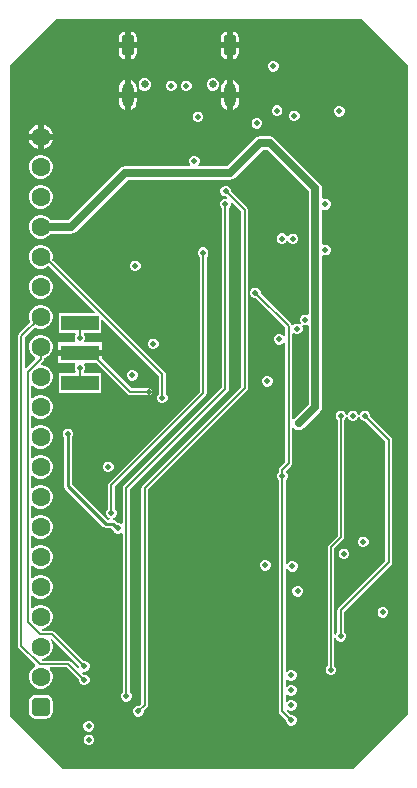
<source format=gbr>
G04*
G04 #@! TF.GenerationSoftware,Altium Limited,Altium Designer,25.2.1 (25)*
G04*
G04 Layer_Physical_Order=4*
G04 Layer_Color=16711680*
%FSLAX25Y25*%
%MOIN*%
G70*
G04*
G04 #@! TF.SameCoordinates,6E7B483F-BFF1-4FB3-8246-CE29AB42D2EF*
G04*
G04*
G04 #@! TF.FilePolarity,Positive*
G04*
G01*
G75*
%ADD10C,0.00600*%
%ADD74C,0.00700*%
%ADD75C,0.01000*%
%ADD76C,0.02800*%
%ADD77C,0.06299*%
G04:AMPARAMS|DCode=78|XSize=62.99mil|YSize=62.99mil|CornerRadius=15.75mil|HoleSize=0mil|Usage=FLASHONLY|Rotation=90.000|XOffset=0mil|YOffset=0mil|HoleType=Round|Shape=RoundedRectangle|*
%AMROUNDEDRECTD78*
21,1,0.06299,0.03150,0,0,90.0*
21,1,0.03150,0.06299,0,0,90.0*
1,1,0.03150,0.01575,0.01575*
1,1,0.03150,0.01575,-0.01575*
1,1,0.03150,-0.01575,-0.01575*
1,1,0.03150,-0.01575,0.01575*
%
%ADD78ROUNDEDRECTD78*%
G04:AMPARAMS|DCode=79|XSize=70.87mil|YSize=39.37mil|CornerRadius=9.84mil|HoleSize=0mil|Usage=FLASHONLY|Rotation=270.000|XOffset=0mil|YOffset=0mil|HoleType=Round|Shape=RoundedRectangle|*
%AMROUNDEDRECTD79*
21,1,0.07087,0.01968,0,0,270.0*
21,1,0.05118,0.03937,0,0,270.0*
1,1,0.01968,-0.00984,-0.02559*
1,1,0.01968,-0.00984,0.02559*
1,1,0.01968,0.00984,0.02559*
1,1,0.01968,0.00984,-0.02559*
%
%ADD79ROUNDEDRECTD79*%
%ADD80O,0.03937X0.08268*%
%ADD81C,0.02559*%
%ADD82C,0.01968*%
%ADD83R,0.12500X0.05000*%
G36*
X66296Y111001D02*
Y-105501D01*
X48001Y-123796D01*
X-48501D01*
X-66296Y-106001D01*
Y111001D01*
X-51001Y126296D01*
X51001D01*
X66296Y111001D01*
D02*
G37*
%LPC*%
G36*
X8008Y122079D02*
Y118500D01*
X10015D01*
Y120059D01*
X9861Y120833D01*
X9423Y121490D01*
X8766Y121928D01*
X8008Y122079D01*
D02*
G37*
G36*
X6008D02*
X5249Y121928D01*
X4593Y121490D01*
X4154Y120833D01*
X4000Y120059D01*
Y118500D01*
X6008D01*
Y122079D01*
D02*
G37*
G36*
X-26008D02*
Y118500D01*
X-24001D01*
Y120059D01*
X-24155Y120833D01*
X-24593Y121490D01*
X-25249Y121928D01*
X-26008Y122079D01*
D02*
G37*
G36*
X-28008D02*
X-28766Y121928D01*
X-29423Y121490D01*
X-29861Y120833D01*
X-30015Y120059D01*
Y118500D01*
X-28008D01*
Y122079D01*
D02*
G37*
G36*
X10015Y116500D02*
X8008D01*
Y112921D01*
X8766Y113072D01*
X9423Y113510D01*
X9861Y114167D01*
X10015Y114941D01*
Y116500D01*
D02*
G37*
G36*
X-28008Y116500D02*
X-30015D01*
Y114941D01*
X-29861Y114167D01*
X-29423Y113510D01*
X-28766Y113072D01*
X-28008Y112921D01*
Y116500D01*
D02*
G37*
G36*
X-24001D02*
X-26008D01*
Y112921D01*
X-25249Y113072D01*
X-24593Y113510D01*
X-24155Y114167D01*
X-24001Y114941D01*
Y116500D01*
D02*
G37*
G36*
X6008Y116500D02*
X4000D01*
Y114941D01*
X4154Y114167D01*
X4593Y113510D01*
X5249Y113072D01*
X6008Y112921D01*
Y116500D01*
D02*
G37*
G36*
X21852Y112272D02*
X21148D01*
X20496Y112002D01*
X19998Y111504D01*
X19728Y110852D01*
Y110148D01*
X19998Y109496D01*
X20496Y108998D01*
X21148Y108728D01*
X21852D01*
X22504Y108998D01*
X23002Y109496D01*
X23272Y110148D01*
Y110852D01*
X23002Y111504D01*
X22504Y112002D01*
X21852Y112272D01*
D02*
G37*
G36*
X1789Y106579D02*
X967D01*
X207Y106264D01*
X-374Y105683D01*
X-689Y104923D01*
Y104101D01*
X-374Y103341D01*
X207Y102760D01*
X967Y102445D01*
X1789D01*
X2549Y102760D01*
X3130Y103341D01*
X3445Y104101D01*
Y104923D01*
X3130Y105683D01*
X2549Y106264D01*
X1789Y106579D01*
D02*
G37*
G36*
X-20967D02*
X-21789D01*
X-22549Y106264D01*
X-23130Y105683D01*
X-23445Y104923D01*
Y104101D01*
X-23130Y103341D01*
X-22549Y102760D01*
X-21789Y102445D01*
X-20967D01*
X-20207Y102760D01*
X-19626Y103341D01*
X-19311Y104101D01*
Y104923D01*
X-19626Y105683D01*
X-20207Y106264D01*
X-20967Y106579D01*
D02*
G37*
G36*
X-7148Y105772D02*
X-7852D01*
X-8504Y105502D01*
X-9002Y105004D01*
X-9272Y104352D01*
Y103648D01*
X-9002Y102996D01*
X-8504Y102498D01*
X-7852Y102228D01*
X-7148D01*
X-6496Y102498D01*
X-5998Y102996D01*
X-5728Y103648D01*
Y104352D01*
X-5998Y105004D01*
X-6496Y105502D01*
X-7148Y105772D01*
D02*
G37*
G36*
X-12148D02*
X-12852D01*
X-13504Y105502D01*
X-14002Y105004D01*
X-14272Y104352D01*
Y103648D01*
X-14002Y102996D01*
X-13504Y102498D01*
X-12852Y102228D01*
X-12148D01*
X-11496Y102498D01*
X-10998Y102996D01*
X-10728Y103648D01*
Y104352D01*
X-10998Y105004D01*
X-11496Y105502D01*
X-12148Y105772D01*
D02*
G37*
G36*
X8008Y106008D02*
Y102043D01*
X10002D01*
Y103209D01*
X9900Y103984D01*
X9601Y104706D01*
X9125Y105326D01*
X8505Y105802D01*
X8008Y106008D01*
D02*
G37*
G36*
X6008D02*
X5511Y105802D01*
X4891Y105326D01*
X4415Y104706D01*
X4116Y103984D01*
X4014Y103209D01*
Y102043D01*
X6008D01*
Y106008D01*
D02*
G37*
G36*
X-26008Y106008D02*
Y102043D01*
X-24014D01*
Y103209D01*
X-24116Y103984D01*
X-24415Y104706D01*
X-24891Y105326D01*
X-25511Y105802D01*
X-26008Y106008D01*
D02*
G37*
G36*
X-28008Y106008D02*
X-28505Y105802D01*
X-29125Y105326D01*
X-29601Y104706D01*
X-29900Y103984D01*
X-30002Y103209D01*
Y102043D01*
X-28008D01*
Y106008D01*
D02*
G37*
G36*
Y100043D02*
X-30002D01*
Y98878D01*
X-29900Y98103D01*
X-29601Y97381D01*
X-29125Y96761D01*
X-28505Y96285D01*
X-28008Y96079D01*
Y100043D01*
D02*
G37*
G36*
X10002Y100043D02*
X8008D01*
Y96079D01*
X8505Y96285D01*
X9125Y96761D01*
X9601Y97381D01*
X9900Y98103D01*
X10002Y98878D01*
Y100043D01*
D02*
G37*
G36*
X6008D02*
X4014D01*
Y98878D01*
X4116Y98103D01*
X4415Y97381D01*
X4891Y96761D01*
X5511Y96285D01*
X6008Y96079D01*
Y100043D01*
D02*
G37*
G36*
X-24014Y100043D02*
X-26008D01*
Y96079D01*
X-25511Y96285D01*
X-24891Y96761D01*
X-24415Y97381D01*
X-24116Y98103D01*
X-24014Y98878D01*
Y100043D01*
D02*
G37*
G36*
X23081Y97518D02*
X22376D01*
X21725Y97248D01*
X21226Y96750D01*
X20957Y96099D01*
Y95394D01*
X21226Y94743D01*
X21725Y94244D01*
X22376Y93975D01*
X23081D01*
X23732Y94244D01*
X24230Y94743D01*
X24500Y95394D01*
Y96099D01*
X24230Y96750D01*
X23732Y97248D01*
X23081Y97518D01*
D02*
G37*
G36*
X43854Y97275D02*
X43150D01*
X42498Y97005D01*
X42000Y96507D01*
X41730Y95856D01*
Y95151D01*
X42000Y94500D01*
X42498Y94002D01*
X43150Y93732D01*
X43854D01*
X44506Y94002D01*
X45004Y94500D01*
X45274Y95151D01*
Y95856D01*
X45004Y96507D01*
X44506Y97005D01*
X43854Y97275D01*
D02*
G37*
G36*
X28852Y95772D02*
X28148D01*
X27496Y95502D01*
X26998Y95004D01*
X26728Y94352D01*
Y93648D01*
X26998Y92996D01*
X27496Y92498D01*
X28148Y92228D01*
X28852D01*
X29504Y92498D01*
X30002Y92996D01*
X30272Y93648D01*
Y94352D01*
X30002Y95004D01*
X29504Y95502D01*
X28852Y95772D01*
D02*
G37*
G36*
X-3274Y95398D02*
X-3978D01*
X-4629Y95128D01*
X-5128Y94630D01*
X-5398Y93978D01*
Y93274D01*
X-5128Y92622D01*
X-4629Y92124D01*
X-3978Y91854D01*
X-3274D01*
X-2622Y92124D01*
X-2124Y92622D01*
X-1854Y93274D01*
Y93978D01*
X-2124Y94630D01*
X-2622Y95128D01*
X-3274Y95398D01*
D02*
G37*
G36*
X16352Y93272D02*
X15648D01*
X14996Y93002D01*
X14498Y92504D01*
X14228Y91852D01*
Y91148D01*
X14498Y90496D01*
X14996Y89998D01*
X15648Y89728D01*
X16352D01*
X17004Y89998D01*
X17502Y90496D01*
X17772Y91148D01*
Y91852D01*
X17502Y92504D01*
X17004Y93002D01*
X16352Y93272D01*
D02*
G37*
G36*
X-55000Y91028D02*
Y88000D01*
X-51972D01*
X-52133Y88602D01*
X-52680Y89548D01*
X-53452Y90320D01*
X-54398Y90867D01*
X-55000Y91028D01*
D02*
G37*
G36*
X-57000D02*
X-57602Y90867D01*
X-58548Y90320D01*
X-59320Y89548D01*
X-59867Y88602D01*
X-60028Y88000D01*
X-57000D01*
Y91028D01*
D02*
G37*
G36*
X20286Y87230D02*
X17000D01*
X16951Y87221D01*
X16902Y87230D01*
X16048Y87060D01*
X15325Y86577D01*
X15127Y86281D01*
X6076Y77230D01*
X-3256D01*
X-3463Y77730D01*
X-3348Y77846D01*
X-3078Y78497D01*
Y79202D01*
X-3348Y79853D01*
X-3846Y80351D01*
X-4497Y80621D01*
X-5202D01*
X-5853Y80351D01*
X-6351Y79853D01*
X-6621Y79202D01*
Y78497D01*
X-6351Y77846D01*
X-6236Y77730D01*
X-6443Y77230D01*
X-28000D01*
X-28853Y77061D01*
X-29577Y76577D01*
X-46924Y59230D01*
X-52742D01*
X-52850Y59417D01*
X-53583Y60150D01*
X-54480Y60669D01*
X-55482Y60937D01*
X-56518D01*
X-57520Y60669D01*
X-58417Y60150D01*
X-59150Y59417D01*
X-59669Y58520D01*
X-59937Y57518D01*
Y56482D01*
X-59669Y55480D01*
X-59150Y54583D01*
X-58417Y53850D01*
X-57520Y53331D01*
X-56518Y53063D01*
X-55482D01*
X-54480Y53331D01*
X-53583Y53850D01*
X-52850Y54583D01*
X-52742Y54770D01*
X-46000D01*
X-45147Y54940D01*
X-44423Y55423D01*
X-27076Y72770D01*
X7000D01*
X7853Y72939D01*
X8577Y73423D01*
X17924Y82770D01*
X19362D01*
X33270Y68862D01*
Y27981D01*
X32770Y27647D01*
X32468Y27772D01*
X31763D01*
X31112Y27502D01*
X30614Y27004D01*
X30344Y26352D01*
Y25648D01*
X30613Y24998D01*
X30611Y24993D01*
X30329Y24574D01*
X29852Y24772D01*
X29148D01*
X28496Y24502D01*
X28264Y24269D01*
X28120Y24266D01*
X27672Y24385D01*
X27505Y24635D01*
X27505Y24635D01*
X17272Y34868D01*
Y35352D01*
X17002Y36004D01*
X16504Y36502D01*
X15852Y36772D01*
X15148D01*
X14496Y36502D01*
X13998Y36004D01*
X13728Y35352D01*
Y34648D01*
X13998Y33996D01*
X14496Y33498D01*
X15148Y33228D01*
X15632D01*
X25525Y23335D01*
Y20547D01*
X25025Y20448D01*
X25002Y20504D01*
X24504Y21002D01*
X23852Y21272D01*
X23148D01*
X22496Y21002D01*
X21998Y20504D01*
X21728Y19852D01*
Y19148D01*
X21998Y18496D01*
X22496Y17998D01*
X23148Y17728D01*
X23852D01*
X24504Y17998D01*
X25002Y18496D01*
X25025Y18552D01*
X25525Y18453D01*
Y-21272D01*
X23680Y-23117D01*
X23429Y-23494D01*
X23340Y-23937D01*
Y-24820D01*
X22998Y-25162D01*
X22728Y-25813D01*
Y-26518D01*
X22998Y-27169D01*
X23340Y-27512D01*
Y-104500D01*
X23429Y-104944D01*
X23680Y-105320D01*
X25728Y-107368D01*
Y-107852D01*
X25998Y-108504D01*
X26496Y-109002D01*
X27148Y-109272D01*
X27852D01*
X28504Y-109002D01*
X29002Y-108504D01*
X29272Y-107852D01*
Y-107148D01*
X29002Y-106496D01*
X28504Y-105998D01*
X27852Y-105728D01*
X27368D01*
X25938Y-104298D01*
X25963Y-104175D01*
X26496Y-104002D01*
X26506Y-104006D01*
X27148Y-104272D01*
X27852D01*
X28504Y-104002D01*
X29002Y-103504D01*
X29272Y-102852D01*
Y-102148D01*
X29002Y-101496D01*
X28504Y-100998D01*
X27852Y-100728D01*
X27148D01*
X26496Y-100998D01*
X26160Y-101335D01*
X25660Y-101128D01*
Y-98872D01*
X26160Y-98665D01*
X26496Y-99002D01*
X27148Y-99272D01*
X27852D01*
X28504Y-99002D01*
X29002Y-98504D01*
X29272Y-97852D01*
Y-97148D01*
X29002Y-96496D01*
X28504Y-95998D01*
X27852Y-95728D01*
X27148D01*
X26496Y-95998D01*
X26160Y-96335D01*
X25660Y-96128D01*
Y-93872D01*
X26160Y-93665D01*
X26496Y-94002D01*
X27148Y-94272D01*
X27852D01*
X28504Y-94002D01*
X29002Y-93504D01*
X29272Y-92852D01*
Y-92148D01*
X29002Y-91496D01*
X28504Y-90998D01*
X27852Y-90728D01*
X27148D01*
X26496Y-90998D01*
X26160Y-91335D01*
X25660Y-91128D01*
Y-56693D01*
X26160Y-56593D01*
X26379Y-57123D01*
X26877Y-57621D01*
X27529Y-57891D01*
X28233D01*
X28885Y-57621D01*
X29383Y-57123D01*
X29653Y-56472D01*
Y-55767D01*
X29383Y-55115D01*
X28885Y-54617D01*
X28233Y-54347D01*
X27529D01*
X26877Y-54617D01*
X26379Y-55115D01*
X26160Y-55645D01*
X25660Y-55546D01*
Y-27512D01*
X26002Y-27169D01*
X26272Y-26518D01*
Y-25813D01*
X26002Y-25162D01*
X25660Y-24820D01*
Y-24418D01*
X27505Y-22573D01*
X27756Y-22196D01*
X27844Y-21753D01*
Y-10111D01*
X28344Y-9959D01*
X28423Y-10077D01*
X29147Y-10560D01*
X30000Y-10730D01*
X30854Y-10560D01*
X31577Y-10077D01*
X37077Y-4577D01*
X37560Y-3853D01*
X37730Y-3000D01*
Y-1000D01*
Y47275D01*
X38230Y47609D01*
X38532Y47484D01*
X39237D01*
X39888Y47754D01*
X40386Y48252D01*
X40656Y48904D01*
Y49608D01*
X40386Y50260D01*
X39888Y50758D01*
X39237Y51028D01*
X38532D01*
X38230Y50903D01*
X37730Y51237D01*
Y62519D01*
X38230Y62853D01*
X38532Y62728D01*
X39237D01*
X39888Y62998D01*
X40386Y63496D01*
X40656Y64148D01*
Y64852D01*
X40386Y65504D01*
X39888Y66002D01*
X39237Y66272D01*
X38532D01*
X38230Y66147D01*
X37730Y66481D01*
Y69786D01*
X37560Y70639D01*
X37077Y71363D01*
X21863Y86577D01*
X21139Y87060D01*
X20286Y87230D01*
D02*
G37*
G36*
X-51972Y86000D02*
X-55000D01*
Y82972D01*
X-54398Y83133D01*
X-53452Y83679D01*
X-52680Y84452D01*
X-52133Y85398D01*
X-51972Y86000D01*
D02*
G37*
G36*
X-57000D02*
X-60028D01*
X-59867Y85398D01*
X-59320Y84452D01*
X-58548Y83679D01*
X-57602Y83133D01*
X-57000Y82972D01*
Y86000D01*
D02*
G37*
G36*
X-55482Y80937D02*
X-56518D01*
X-57520Y80669D01*
X-58417Y80150D01*
X-59150Y79417D01*
X-59669Y78520D01*
X-59937Y77518D01*
Y76482D01*
X-59669Y75480D01*
X-59150Y74583D01*
X-58417Y73850D01*
X-57520Y73331D01*
X-56518Y73063D01*
X-55482D01*
X-54480Y73331D01*
X-53583Y73850D01*
X-52850Y74583D01*
X-52331Y75480D01*
X-52063Y76482D01*
Y77518D01*
X-52331Y78520D01*
X-52850Y79417D01*
X-53583Y80150D01*
X-54480Y80669D01*
X-55482Y80937D01*
D02*
G37*
G36*
X5935Y70694D02*
X5231D01*
X4580Y70424D01*
X4081Y69926D01*
X3811Y69275D01*
Y68570D01*
X4081Y67919D01*
X4580Y67421D01*
X5231Y67151D01*
X5715D01*
X6194Y66671D01*
X5911Y66247D01*
X5852Y66272D01*
X5148D01*
X4496Y66002D01*
X3998Y65504D01*
X3728Y64852D01*
Y64148D01*
X3998Y63496D01*
X4340Y63154D01*
Y3480D01*
X-28320Y-29180D01*
X-28571Y-29556D01*
X-28660Y-30000D01*
Y-41873D01*
X-29160Y-42080D01*
X-29192Y-42048D01*
X-29844Y-41778D01*
X-30366D01*
X-31088Y-41056D01*
X-31513Y-40772D01*
X-31874Y-40700D01*
X-31940Y-40185D01*
X-31496Y-40002D01*
X-30998Y-39504D01*
X-30728Y-38852D01*
Y-38148D01*
X-30998Y-37496D01*
X-31340Y-37154D01*
Y-29524D01*
X-1081Y735D01*
X-829Y1112D01*
X-741Y1555D01*
Y47055D01*
X-399Y47397D01*
X-129Y48048D01*
Y48753D01*
X-399Y49404D01*
X-897Y49902D01*
X-1548Y50172D01*
X-2253D01*
X-2904Y49902D01*
X-3402Y49404D01*
X-3672Y48753D01*
Y48048D01*
X-3402Y47397D01*
X-3060Y47055D01*
Y2036D01*
X-33320Y-28224D01*
X-33571Y-28600D01*
X-33660Y-29044D01*
Y-37154D01*
X-34002Y-37496D01*
X-34272Y-38148D01*
Y-38852D01*
X-34002Y-39504D01*
X-33504Y-40002D01*
X-33094Y-40172D01*
X-33193Y-40672D01*
X-33809D01*
X-45687Y-28794D01*
Y-13193D01*
X-45498Y-13004D01*
X-45228Y-12352D01*
Y-11648D01*
X-45498Y-10996D01*
X-45996Y-10498D01*
X-46648Y-10228D01*
X-47352D01*
X-48004Y-10498D01*
X-48502Y-10996D01*
X-48772Y-11648D01*
Y-12352D01*
X-48502Y-13004D01*
X-48313Y-13193D01*
Y-29337D01*
X-48213Y-29840D01*
X-47928Y-30265D01*
X-35281Y-42912D01*
X-34855Y-43197D01*
X-34353Y-43297D01*
X-32559D01*
X-31968Y-43889D01*
Y-43902D01*
X-31698Y-44553D01*
X-31199Y-45051D01*
X-30548Y-45321D01*
X-29844D01*
X-29192Y-45051D01*
X-29160Y-45019D01*
X-28660Y-45226D01*
Y-98154D01*
X-29002Y-98496D01*
X-29272Y-99148D01*
Y-99852D01*
X-29002Y-100504D01*
X-28504Y-101002D01*
X-27852Y-101272D01*
X-27148D01*
X-26496Y-101002D01*
X-25998Y-100504D01*
X-25728Y-99852D01*
Y-99148D01*
X-25998Y-98496D01*
X-26340Y-98154D01*
Y-30480D01*
X6320Y2180D01*
X6571Y2556D01*
X6660Y3000D01*
X6660Y3000D01*
Y63154D01*
X7002Y63496D01*
X7272Y64148D01*
Y64852D01*
X7247Y64911D01*
X7671Y65194D01*
X10840Y62025D01*
Y3782D01*
X-22186Y-29245D01*
X-22437Y-29621D01*
X-22526Y-30065D01*
Y-101886D01*
X-23368Y-102728D01*
X-23852D01*
X-24504Y-102998D01*
X-25002Y-103496D01*
X-25272Y-104148D01*
Y-104852D01*
X-25002Y-105504D01*
X-24504Y-106002D01*
X-23852Y-106272D01*
X-23148D01*
X-22496Y-106002D01*
X-21998Y-105504D01*
X-21728Y-104852D01*
Y-104368D01*
X-20546Y-103186D01*
X-20295Y-102810D01*
X-20207Y-102366D01*
Y-30545D01*
X12820Y2481D01*
X13071Y2857D01*
X13160Y3301D01*
Y62506D01*
X13071Y62949D01*
X12820Y63326D01*
X7355Y68791D01*
Y69275D01*
X7085Y69926D01*
X6587Y70424D01*
X5935Y70694D01*
D02*
G37*
G36*
X-55482Y70937D02*
X-56518D01*
X-57520Y70669D01*
X-58417Y70150D01*
X-59150Y69417D01*
X-59669Y68520D01*
X-59937Y67518D01*
Y66482D01*
X-59669Y65480D01*
X-59150Y64583D01*
X-58417Y63850D01*
X-57520Y63331D01*
X-56518Y63063D01*
X-55482D01*
X-54480Y63331D01*
X-53583Y63850D01*
X-52850Y64583D01*
X-52331Y65480D01*
X-52063Y66482D01*
Y67518D01*
X-52331Y68520D01*
X-52850Y69417D01*
X-53583Y70150D01*
X-54480Y70669D01*
X-55482Y70937D01*
D02*
G37*
G36*
X24678Y54830D02*
X23973D01*
X23322Y54560D01*
X22823Y54062D01*
X22554Y53411D01*
Y52706D01*
X22823Y52055D01*
X23322Y51556D01*
X23973Y51287D01*
X24678D01*
X25329Y51556D01*
X25827Y52055D01*
X25880Y52182D01*
X26421D01*
X26498Y51996D01*
X26996Y51498D01*
X27648Y51228D01*
X28352D01*
X29004Y51498D01*
X29502Y51996D01*
X29772Y52648D01*
Y53352D01*
X29502Y54004D01*
X29004Y54502D01*
X28352Y54772D01*
X27648D01*
X26996Y54502D01*
X26498Y54004D01*
X26445Y53876D01*
X25904D01*
X25827Y54062D01*
X25329Y54560D01*
X24678Y54830D01*
D02*
G37*
G36*
X-24148Y45772D02*
X-24852D01*
X-25504Y45502D01*
X-26002Y45004D01*
X-26272Y44352D01*
Y43648D01*
X-26002Y42996D01*
X-25504Y42498D01*
X-24852Y42228D01*
X-24148D01*
X-23496Y42498D01*
X-22998Y42996D01*
X-22728Y43648D01*
Y44352D01*
X-22998Y45004D01*
X-23496Y45502D01*
X-24148Y45772D01*
D02*
G37*
G36*
X-55482Y40937D02*
X-56518D01*
X-57520Y40669D01*
X-58417Y40150D01*
X-59150Y39417D01*
X-59669Y38520D01*
X-59937Y37518D01*
Y36482D01*
X-59669Y35480D01*
X-59150Y34583D01*
X-58417Y33850D01*
X-57520Y33331D01*
X-56518Y33063D01*
X-55482D01*
X-54480Y33331D01*
X-53583Y33850D01*
X-52850Y34583D01*
X-52331Y35480D01*
X-52063Y36482D01*
Y37518D01*
X-52331Y38520D01*
X-52850Y39417D01*
X-53583Y40150D01*
X-54480Y40669D01*
X-55482Y40937D01*
D02*
G37*
G36*
Y30937D02*
X-56518D01*
X-57520Y30669D01*
X-58417Y30150D01*
X-59150Y29417D01*
X-59669Y28520D01*
X-59937Y27518D01*
Y26482D01*
X-59669Y25480D01*
X-59482Y25158D01*
X-63320Y21320D01*
X-63571Y20944D01*
X-63660Y20500D01*
Y-82563D01*
X-63571Y-83007D01*
X-63320Y-83383D01*
X-57792Y-88911D01*
X-57874Y-89536D01*
X-58417Y-89850D01*
X-59150Y-90583D01*
X-59669Y-91480D01*
X-59937Y-92482D01*
Y-93518D01*
X-59669Y-94520D01*
X-59150Y-95417D01*
X-58417Y-96150D01*
X-57520Y-96669D01*
X-56518Y-96937D01*
X-55482D01*
X-54480Y-96669D01*
X-53583Y-96150D01*
X-52850Y-95417D01*
X-52331Y-94520D01*
X-52063Y-93518D01*
Y-92482D01*
X-52331Y-91480D01*
X-52850Y-90583D01*
X-53098Y-90335D01*
X-52906Y-89873D01*
X-47267D01*
X-43272Y-93868D01*
Y-94352D01*
X-43002Y-95004D01*
X-42504Y-95502D01*
X-41852Y-95772D01*
X-41148D01*
X-40496Y-95502D01*
X-39998Y-95004D01*
X-39728Y-94352D01*
Y-93648D01*
X-39998Y-92996D01*
X-40496Y-92498D01*
X-41148Y-92228D01*
X-41632D01*
X-42185Y-91675D01*
X-41902Y-91251D01*
X-41852Y-91272D01*
X-41148D01*
X-40496Y-91002D01*
X-39998Y-90504D01*
X-39728Y-89852D01*
Y-89148D01*
X-39998Y-88496D01*
X-40496Y-87998D01*
X-41148Y-87728D01*
X-41632D01*
X-51467Y-77893D01*
X-51843Y-77642D01*
X-52287Y-77553D01*
X-55546D01*
X-55626Y-77437D01*
X-55558Y-77203D01*
X-55380Y-76910D01*
X-54480Y-76669D01*
X-53583Y-76150D01*
X-52850Y-75417D01*
X-52331Y-74520D01*
X-52063Y-73518D01*
Y-72482D01*
X-52331Y-71480D01*
X-52850Y-70583D01*
X-53583Y-69850D01*
X-54480Y-69331D01*
X-55482Y-69063D01*
X-56518D01*
X-57520Y-69331D01*
X-58417Y-69850D01*
X-58665Y-70098D01*
X-59127Y-69906D01*
Y-66094D01*
X-58665Y-65902D01*
X-58417Y-66150D01*
X-57520Y-66669D01*
X-56518Y-66937D01*
X-55482D01*
X-54480Y-66669D01*
X-53583Y-66150D01*
X-52850Y-65417D01*
X-52331Y-64520D01*
X-52063Y-63518D01*
Y-62482D01*
X-52331Y-61480D01*
X-52850Y-60583D01*
X-53583Y-59850D01*
X-54480Y-59331D01*
X-55482Y-59063D01*
X-56518D01*
X-57520Y-59331D01*
X-58417Y-59850D01*
X-58665Y-60098D01*
X-59127Y-59906D01*
Y-56094D01*
X-58665Y-55902D01*
X-58417Y-56150D01*
X-57520Y-56669D01*
X-56518Y-56937D01*
X-55482D01*
X-54480Y-56669D01*
X-53583Y-56150D01*
X-52850Y-55417D01*
X-52331Y-54520D01*
X-52063Y-53518D01*
Y-52482D01*
X-52331Y-51480D01*
X-52850Y-50583D01*
X-53583Y-49850D01*
X-54480Y-49331D01*
X-55482Y-49063D01*
X-56518D01*
X-57520Y-49331D01*
X-58417Y-49850D01*
X-58665Y-50098D01*
X-59127Y-49906D01*
Y-46094D01*
X-58665Y-45902D01*
X-58417Y-46150D01*
X-57520Y-46669D01*
X-56518Y-46937D01*
X-55482D01*
X-54480Y-46669D01*
X-53583Y-46150D01*
X-52850Y-45417D01*
X-52331Y-44520D01*
X-52063Y-43518D01*
Y-42482D01*
X-52331Y-41480D01*
X-52850Y-40583D01*
X-53583Y-39850D01*
X-54480Y-39331D01*
X-55482Y-39063D01*
X-56518D01*
X-57520Y-39331D01*
X-58417Y-39850D01*
X-58665Y-40098D01*
X-59127Y-39906D01*
Y-36094D01*
X-58665Y-35902D01*
X-58417Y-36150D01*
X-57520Y-36669D01*
X-56518Y-36937D01*
X-55482D01*
X-54480Y-36669D01*
X-53583Y-36150D01*
X-52850Y-35417D01*
X-52331Y-34520D01*
X-52063Y-33518D01*
Y-32482D01*
X-52331Y-31480D01*
X-52850Y-30583D01*
X-53583Y-29850D01*
X-54480Y-29331D01*
X-55482Y-29063D01*
X-56518D01*
X-57520Y-29331D01*
X-58417Y-29850D01*
X-58665Y-30098D01*
X-59127Y-29906D01*
Y-26094D01*
X-58665Y-25902D01*
X-58417Y-26150D01*
X-57520Y-26669D01*
X-56518Y-26937D01*
X-55482D01*
X-54480Y-26669D01*
X-53583Y-26150D01*
X-52850Y-25417D01*
X-52331Y-24520D01*
X-52063Y-23518D01*
Y-22482D01*
X-52331Y-21480D01*
X-52850Y-20583D01*
X-53583Y-19850D01*
X-54480Y-19331D01*
X-55482Y-19063D01*
X-56518D01*
X-57520Y-19331D01*
X-58417Y-19850D01*
X-58665Y-20098D01*
X-59127Y-19906D01*
Y-16094D01*
X-58665Y-15902D01*
X-58417Y-16150D01*
X-57520Y-16669D01*
X-56518Y-16937D01*
X-55482D01*
X-54480Y-16669D01*
X-53583Y-16150D01*
X-52850Y-15417D01*
X-52331Y-14520D01*
X-52063Y-13518D01*
Y-12482D01*
X-52331Y-11480D01*
X-52850Y-10583D01*
X-53583Y-9850D01*
X-54480Y-9331D01*
X-55482Y-9063D01*
X-56518D01*
X-57520Y-9331D01*
X-58417Y-9850D01*
X-58665Y-10098D01*
X-59127Y-9906D01*
Y-6094D01*
X-58665Y-5902D01*
X-58417Y-6150D01*
X-57520Y-6669D01*
X-56518Y-6937D01*
X-55482D01*
X-54480Y-6669D01*
X-53583Y-6150D01*
X-52850Y-5417D01*
X-52331Y-4520D01*
X-52063Y-3518D01*
Y-2482D01*
X-52331Y-1480D01*
X-52850Y-583D01*
X-53583Y150D01*
X-54480Y669D01*
X-55482Y937D01*
X-56518D01*
X-57520Y669D01*
X-58417Y150D01*
X-58665Y-98D01*
X-59127Y94D01*
Y3906D01*
X-58665Y4098D01*
X-58417Y3850D01*
X-57520Y3331D01*
X-56518Y3063D01*
X-55482D01*
X-54480Y3331D01*
X-53583Y3850D01*
X-52850Y4583D01*
X-52331Y5480D01*
X-52063Y6482D01*
Y7518D01*
X-52331Y8520D01*
X-52850Y9417D01*
X-53583Y10150D01*
X-54480Y10669D01*
X-55482Y10937D01*
X-55832D01*
X-56024Y11399D01*
X-55180Y12243D01*
X-54929Y12619D01*
X-54840Y13063D01*
X-54840Y13063D01*
Y13235D01*
X-54480Y13331D01*
X-53583Y13850D01*
X-52850Y14583D01*
X-52331Y15480D01*
X-52063Y16482D01*
Y17518D01*
X-52331Y18520D01*
X-52850Y19417D01*
X-53583Y20150D01*
X-54480Y20669D01*
X-55482Y20937D01*
X-56518D01*
X-57520Y20669D01*
X-58417Y20150D01*
X-59150Y19417D01*
X-59669Y18520D01*
X-59937Y17518D01*
Y16482D01*
X-59669Y15480D01*
X-59150Y14583D01*
X-58417Y13850D01*
X-57874Y13536D01*
X-57792Y12911D01*
X-60840Y9862D01*
X-61340Y10070D01*
Y20020D01*
X-57842Y23518D01*
X-57520Y23331D01*
X-56518Y23063D01*
X-55482D01*
X-54480Y23331D01*
X-53583Y23850D01*
X-52850Y24583D01*
X-52331Y25480D01*
X-52063Y26482D01*
Y27518D01*
X-52331Y28520D01*
X-52850Y29417D01*
X-53583Y30150D01*
X-54480Y30669D01*
X-55482Y30937D01*
D02*
G37*
G36*
X-18124Y19759D02*
X-18829D01*
X-19480Y19489D01*
X-19979Y18991D01*
X-20249Y18339D01*
Y17635D01*
X-19979Y16984D01*
X-19480Y16485D01*
X-18829Y16216D01*
X-18124D01*
X-17473Y16485D01*
X-16975Y16984D01*
X-16705Y17635D01*
Y18339D01*
X-16975Y18991D01*
X-17473Y19489D01*
X-18124Y19759D01*
D02*
G37*
G36*
X-25148Y9272D02*
X-25852D01*
X-26504Y9002D01*
X-27002Y8504D01*
X-27272Y7852D01*
Y7148D01*
X-27002Y6496D01*
X-26504Y5998D01*
X-25852Y5728D01*
X-25148D01*
X-24496Y5998D01*
X-23998Y6496D01*
X-23728Y7148D01*
Y7852D01*
X-23998Y8504D01*
X-24496Y9002D01*
X-25148Y9272D01*
D02*
G37*
G36*
X19852Y7272D02*
X19148D01*
X18496Y7002D01*
X17998Y6504D01*
X17728Y5852D01*
Y5148D01*
X17998Y4496D01*
X18496Y3998D01*
X19148Y3728D01*
X19852D01*
X20504Y3998D01*
X21002Y4496D01*
X21272Y5148D01*
Y5852D01*
X21002Y6504D01*
X20504Y7002D01*
X19852Y7272D01*
D02*
G37*
G36*
X-35750Y14000D02*
X-50250D01*
Y11500D01*
X-44659D01*
X-44467Y11038D01*
X-44502Y11004D01*
X-44772Y10352D01*
Y9648D01*
X-44502Y8996D01*
X-44293Y8787D01*
X-44481Y8287D01*
X-50037D01*
Y1713D01*
X-35963D01*
Y8287D01*
X-41519D01*
X-41707Y8787D01*
X-41498Y8996D01*
X-41228Y9648D01*
Y10352D01*
X-41498Y11004D01*
X-41533Y11038D01*
X-41341Y11500D01*
X-37390D01*
X-27070Y1180D01*
X-27070Y1180D01*
X-26694Y929D01*
X-26250Y840D01*
X-26250Y840D01*
X-20000D01*
X-19556Y929D01*
X-19180Y1180D01*
X-18929Y1556D01*
X-18840Y2000D01*
X-18929Y2444D01*
X-19180Y2820D01*
X-19556Y3071D01*
X-20000Y3160D01*
X-25770D01*
X-35750Y13140D01*
Y14000D01*
D02*
G37*
G36*
X-55482Y50937D02*
X-56518D01*
X-57520Y50669D01*
X-58417Y50150D01*
X-59150Y49417D01*
X-59669Y48520D01*
X-59937Y47518D01*
Y46482D01*
X-59669Y45480D01*
X-59150Y44583D01*
X-58417Y43850D01*
X-57520Y43331D01*
X-56518Y43063D01*
X-55482D01*
X-54480Y43331D01*
X-53583Y43850D01*
X-53386Y44047D01*
X-38088Y28749D01*
X-38280Y28287D01*
X-50037D01*
Y21713D01*
X-44481D01*
X-44293Y21213D01*
X-44502Y21004D01*
X-44772Y20352D01*
Y19648D01*
X-44502Y18996D01*
X-44467Y18962D01*
X-44659Y18500D01*
X-50250D01*
Y16000D01*
X-35750D01*
Y18500D01*
X-41341D01*
X-41533Y18962D01*
X-41498Y18996D01*
X-41228Y19648D01*
Y20352D01*
X-41498Y21004D01*
X-41707Y21213D01*
X-41519Y21713D01*
X-35963D01*
Y25970D01*
X-35501Y26162D01*
X-16660Y7321D01*
Y1346D01*
X-17002Y1004D01*
X-17272Y352D01*
Y-352D01*
X-17002Y-1004D01*
X-16504Y-1502D01*
X-15852Y-1772D01*
X-15148D01*
X-14496Y-1502D01*
X-13998Y-1004D01*
X-13728Y-352D01*
Y352D01*
X-13998Y1004D01*
X-14340Y1346D01*
Y7801D01*
X-14340Y7801D01*
X-14429Y8245D01*
X-14680Y8621D01*
X-52164Y46105D01*
X-52063Y46482D01*
Y47518D01*
X-52331Y48520D01*
X-52850Y49417D01*
X-53583Y50150D01*
X-54480Y50669D01*
X-55482Y50937D01*
D02*
G37*
G36*
X52352Y-4228D02*
X51648D01*
X50996Y-4498D01*
X50498Y-4996D01*
X50250Y-5595D01*
X50000Y-5623D01*
X49750Y-5595D01*
X49502Y-4996D01*
X49004Y-4498D01*
X48352Y-4228D01*
X47648D01*
X46996Y-4498D01*
X46498Y-4996D01*
X46250Y-5595D01*
X46000Y-5623D01*
X45750Y-5595D01*
X45502Y-4996D01*
X45004Y-4498D01*
X44352Y-4228D01*
X43648D01*
X42996Y-4498D01*
X42498Y-4996D01*
X42228Y-5648D01*
Y-6352D01*
X42498Y-7004D01*
X42891Y-7397D01*
Y-45931D01*
X39913Y-48909D01*
X39673Y-49269D01*
X39588Y-49693D01*
Y-89300D01*
X39195Y-89693D01*
X38925Y-90345D01*
Y-91049D01*
X39195Y-91701D01*
X39693Y-92199D01*
X40345Y-92469D01*
X41050D01*
X41701Y-92199D01*
X42199Y-91701D01*
X42469Y-91049D01*
Y-90345D01*
X42199Y-89693D01*
X41806Y-89300D01*
Y-80139D01*
X42306Y-80039D01*
X42498Y-80504D01*
X42996Y-81002D01*
X43648Y-81272D01*
X44352D01*
X45004Y-81002D01*
X45502Y-80504D01*
X45772Y-79852D01*
Y-79148D01*
X45502Y-78496D01*
X45160Y-78154D01*
Y-71281D01*
X60820Y-55621D01*
X61071Y-55245D01*
X61160Y-54801D01*
X61160Y-54801D01*
Y-14000D01*
X61071Y-13556D01*
X60820Y-13180D01*
X53772Y-6132D01*
Y-5648D01*
X53502Y-4996D01*
X53004Y-4498D01*
X52352Y-4228D01*
D02*
G37*
G36*
X-33148Y-21228D02*
X-33852D01*
X-34504Y-21498D01*
X-35002Y-21996D01*
X-35272Y-22648D01*
Y-23352D01*
X-35002Y-24004D01*
X-34504Y-24502D01*
X-33852Y-24772D01*
X-33148D01*
X-32496Y-24502D01*
X-31998Y-24004D01*
X-31728Y-23352D01*
Y-22648D01*
X-31998Y-21996D01*
X-32496Y-21498D01*
X-33148Y-21228D01*
D02*
G37*
G36*
X19149Y-54025D02*
X18444D01*
X17793Y-54294D01*
X17294Y-54793D01*
X17025Y-55444D01*
Y-56149D01*
X17294Y-56800D01*
X17793Y-57298D01*
X18444Y-57568D01*
X19149D01*
X19800Y-57298D01*
X20298Y-56800D01*
X20568Y-56149D01*
Y-55444D01*
X20298Y-54793D01*
X19800Y-54294D01*
X19149Y-54025D01*
D02*
G37*
G36*
X30010Y-62728D02*
X29305D01*
X28654Y-62998D01*
X28155Y-63496D01*
X27886Y-64148D01*
Y-64852D01*
X28155Y-65504D01*
X28654Y-66002D01*
X29305Y-66272D01*
X30010D01*
X30661Y-66002D01*
X31159Y-65504D01*
X31429Y-64852D01*
Y-64148D01*
X31159Y-63496D01*
X30661Y-62998D01*
X30010Y-62728D01*
D02*
G37*
G36*
X58352Y-69728D02*
X57648D01*
X56996Y-69998D01*
X56498Y-70496D01*
X56228Y-71148D01*
Y-71852D01*
X56498Y-72504D01*
X56996Y-73002D01*
X57648Y-73272D01*
X58352D01*
X59004Y-73002D01*
X59502Y-72504D01*
X59772Y-71852D01*
Y-71148D01*
X59502Y-70496D01*
X59004Y-69998D01*
X58352Y-69728D01*
D02*
G37*
G36*
X-54425Y-99017D02*
X-57575D01*
X-58496Y-99200D01*
X-59278Y-99722D01*
X-59800Y-100504D01*
X-59983Y-101425D01*
Y-104575D01*
X-59800Y-105497D01*
X-59278Y-106278D01*
X-58496Y-106800D01*
X-57575Y-106983D01*
X-54425D01*
X-53504Y-106800D01*
X-52722Y-106278D01*
X-52200Y-105497D01*
X-52017Y-104575D01*
Y-101425D01*
X-52200Y-100504D01*
X-52722Y-99722D01*
X-53504Y-99200D01*
X-54425Y-99017D01*
D02*
G37*
G36*
X-39679Y-107697D02*
X-40384D01*
X-41035Y-107967D01*
X-41533Y-108465D01*
X-41803Y-109116D01*
Y-109821D01*
X-41533Y-110472D01*
X-41035Y-110970D01*
X-40384Y-111240D01*
X-39679D01*
X-39028Y-110970D01*
X-38530Y-110472D01*
X-38260Y-109821D01*
Y-109116D01*
X-38530Y-108465D01*
X-39028Y-107967D01*
X-39679Y-107697D01*
D02*
G37*
G36*
X-39648Y-112228D02*
X-40352D01*
X-41004Y-112498D01*
X-41502Y-112996D01*
X-41772Y-113648D01*
Y-114352D01*
X-41502Y-115004D01*
X-41004Y-115502D01*
X-40352Y-115772D01*
X-39648D01*
X-38996Y-115502D01*
X-38498Y-115004D01*
X-38228Y-114352D01*
Y-113648D01*
X-38498Y-112996D01*
X-38996Y-112498D01*
X-39648Y-112228D01*
D02*
G37*
%LPD*%
G36*
X31763Y24228D02*
X32468D01*
X32770Y24353D01*
X33270Y24019D01*
Y-1000D01*
Y-2076D01*
X28423Y-6923D01*
X28344Y-7041D01*
X27844Y-6889D01*
Y21443D01*
X28344Y21650D01*
X28496Y21498D01*
X29148Y21228D01*
X29852D01*
X30504Y21498D01*
X31002Y21996D01*
X31272Y22648D01*
Y23352D01*
X31002Y24002D01*
X31005Y24008D01*
X31287Y24426D01*
X31763Y24228D01*
D02*
G37*
G36*
X-43272Y-89368D02*
Y-89852D01*
X-43251Y-89902D01*
X-43675Y-90185D01*
X-45967Y-87893D01*
X-46343Y-87642D01*
X-46787Y-87553D01*
X-55546D01*
X-55626Y-87437D01*
X-55558Y-87203D01*
X-55380Y-86910D01*
X-54480Y-86669D01*
X-53583Y-86150D01*
X-52850Y-85417D01*
X-52331Y-84520D01*
X-52063Y-83518D01*
Y-82482D01*
X-52331Y-81480D01*
X-52768Y-80724D01*
X-52645Y-80298D01*
X-52554Y-80171D01*
X-52483Y-80157D01*
X-43272Y-89368D01*
D02*
G37*
G36*
X50250Y-6405D02*
X50498Y-7004D01*
X50996Y-7502D01*
X51648Y-7772D01*
X52132D01*
X58840Y-14480D01*
Y-54321D01*
X43180Y-69981D01*
X42929Y-70357D01*
X42840Y-70801D01*
Y-78154D01*
X42498Y-78496D01*
X42306Y-78961D01*
X41806Y-78861D01*
Y-50152D01*
X44784Y-47174D01*
X45024Y-46815D01*
X45109Y-46390D01*
Y-7397D01*
X45502Y-7004D01*
X45750Y-6405D01*
X46000Y-6377D01*
X46250Y-6405D01*
X46498Y-7004D01*
X46996Y-7502D01*
X47648Y-7772D01*
X48352D01*
X49004Y-7502D01*
X49502Y-7004D01*
X49750Y-6405D01*
X50000Y-6377D01*
X50250Y-6405D01*
D02*
G37*
%LPC*%
G36*
X51852Y-46228D02*
X51148D01*
X50496Y-46498D01*
X49998Y-46996D01*
X49728Y-47648D01*
Y-48352D01*
X49998Y-49004D01*
X50496Y-49502D01*
X51148Y-49772D01*
X51852D01*
X52504Y-49502D01*
X53002Y-49004D01*
X53272Y-48352D01*
Y-47648D01*
X53002Y-46996D01*
X52504Y-46498D01*
X51852Y-46228D01*
D02*
G37*
G36*
X45352Y-50228D02*
X44648D01*
X43996Y-50498D01*
X43498Y-50996D01*
X43228Y-51648D01*
Y-52352D01*
X43498Y-53004D01*
X43996Y-53502D01*
X44648Y-53772D01*
X45352D01*
X46004Y-53502D01*
X46502Y-53004D01*
X46772Y-52352D01*
Y-51648D01*
X46502Y-50996D01*
X46004Y-50498D01*
X45352Y-50228D01*
D02*
G37*
%LPD*%
D10*
X44000Y-46390D02*
Y-6000D01*
X40697Y-49693D02*
X44000Y-46390D01*
X40697Y-90697D02*
Y-49693D01*
D74*
X-21366Y-102366D02*
Y-30065D01*
X12000Y3301D01*
Y62506D01*
X-15500Y0D02*
Y7801D01*
X-54699Y47000D02*
X-15500Y7801D01*
X-56000Y47000D02*
X-54699D01*
X52000Y-6000D02*
X60000Y-14000D01*
Y-54801D02*
Y-14000D01*
X44000Y-70801D02*
X60000Y-54801D01*
X-23500Y-104500D02*
X-21366Y-102366D01*
X-32500Y-38500D02*
Y-29044D01*
X-1901Y1555D01*
X24500Y-104500D02*
Y-23937D01*
X26685Y-21753D01*
X24500Y-104500D02*
X27500Y-107500D01*
X26685Y-21753D02*
Y23815D01*
X15500Y35000D02*
X26685Y23815D01*
X5500Y3000D02*
Y64500D01*
X5583Y68922D02*
X12000Y62506D01*
X44000Y-79500D02*
Y-70801D01*
X-1901Y1555D02*
Y48401D01*
X-27500Y-99500D02*
Y-30000D01*
X5500Y3000D01*
X-39250Y15000D02*
X-26250Y2000D01*
X-20000D01*
X-52287Y-78713D02*
X-41500Y-89500D01*
X-56350Y-78713D02*
X-52287D01*
X-60287Y-74776D02*
X-56350Y-78713D01*
X-60287Y-74776D02*
Y8776D01*
X-56000Y13063D01*
Y17000D01*
X-62500Y20500D02*
X-56000Y27000D01*
X-62500Y-82563D02*
Y20500D01*
Y-82563D02*
X-56350Y-88713D01*
X-46787D01*
X-41500Y-94000D01*
X-43000Y15000D02*
X-39250D01*
X-43000Y5000D02*
Y10000D01*
Y20000D02*
Y25000D01*
D75*
X-32016Y-41984D02*
X-30451Y-43549D01*
X-30196D01*
X-47000Y-29337D02*
Y-12000D01*
Y-29337D02*
X-34353Y-41984D01*
X-32016D01*
D76*
X35500Y-3000D02*
Y-1000D01*
X30000Y-8500D02*
X35500Y-3000D01*
X16951Y84951D02*
X17000Y85000D01*
X35500Y-1000D02*
Y69786D01*
X16902Y84902D02*
Y85000D01*
X-46000Y57000D02*
X-28000Y75000D01*
X-56000Y57000D02*
X-46000D01*
X-28000Y75000D02*
X7000D01*
X20286Y85000D02*
X35500Y69786D01*
X7000Y75000D02*
X16902Y84902D01*
X17000Y85000D02*
X20286D01*
D77*
X-56000Y-3000D02*
D03*
Y-13000D02*
D03*
Y7000D02*
D03*
Y-43000D02*
D03*
Y-33000D02*
D03*
Y17000D02*
D03*
Y57000D02*
D03*
Y-93000D02*
D03*
Y-83000D02*
D03*
Y-63000D02*
D03*
Y-53000D02*
D03*
Y-73000D02*
D03*
Y27000D02*
D03*
Y37000D02*
D03*
Y77000D02*
D03*
Y87000D02*
D03*
Y47000D02*
D03*
Y67000D02*
D03*
Y-23000D02*
D03*
D78*
Y-103000D02*
D03*
D79*
X7008Y117500D02*
D03*
X-27008D02*
D03*
D80*
X7008Y101043D02*
D03*
X-27008D02*
D03*
D81*
X1378Y104512D02*
D03*
X-21378D02*
D03*
D82*
X51000Y15000D02*
D03*
X30000Y-8500D02*
D03*
X29358Y-14642D02*
D03*
X-27500Y32500D02*
D03*
X-23400Y36400D02*
D03*
X-43000Y121319D02*
D03*
X-25500Y7500D02*
D03*
X44500Y103000D02*
D03*
X-18477Y17987D02*
D03*
X63500Y-43000D02*
D03*
X37000D02*
D03*
X-18293Y-34307D02*
D03*
X-24144Y-36429D02*
D03*
X51140Y-20106D02*
D03*
X19500Y5500D02*
D03*
X48660Y84000D02*
D03*
X43502Y95504D02*
D03*
X-37000Y90500D02*
D03*
X-12500Y104000D02*
D03*
X-7500D02*
D03*
X-4849Y78849D02*
D03*
X28500Y94000D02*
D03*
X22728Y95746D02*
D03*
X-43000Y113000D02*
D03*
Y117097D02*
D03*
X-43091Y109226D02*
D03*
X-43000Y105840D02*
D03*
Y102500D02*
D03*
X-58006Y109778D02*
D03*
X-57944Y114071D02*
D03*
X-58000Y106000D02*
D03*
X-30196Y-43549D02*
D03*
X-32500Y-38500D02*
D03*
X11000Y-99660D02*
D03*
X5500D02*
D03*
X39Y-99620D02*
D03*
X60000Y-80500D02*
D03*
X45000Y-52000D02*
D03*
X27881Y-56119D02*
D03*
X24500Y-26166D02*
D03*
X23998Y-20448D02*
D03*
X56002D02*
D03*
X29500Y23000D02*
D03*
X23500Y19500D02*
D03*
X32116Y26000D02*
D03*
X-15500Y91000D02*
D03*
X46000Y-103000D02*
D03*
X41000D02*
D03*
X-40500Y74500D02*
D03*
X18224Y111181D02*
D03*
X-33500Y63000D02*
D03*
X-29000Y59000D02*
D03*
X42000Y27500D02*
D03*
X24325Y53058D02*
D03*
X28000Y53000D02*
D03*
X17000Y-10000D02*
D03*
X27000Y63000D02*
D03*
X18500Y23500D02*
D03*
Y28000D02*
D03*
X20744Y53369D02*
D03*
X5500Y64500D02*
D03*
X5583Y68922D02*
D03*
X-28000Y75000D02*
D03*
X-15500Y0D02*
D03*
X44000Y-6000D02*
D03*
X43000Y-68500D02*
D03*
X40697Y-90697D02*
D03*
X44000Y-79500D02*
D03*
X48000Y-6000D02*
D03*
X52000D02*
D03*
X-47000Y-12000D02*
D03*
X-33500Y-23000D02*
D03*
X-8000Y-20000D02*
D03*
X-20029Y-13272D02*
D03*
X-40000Y-114000D02*
D03*
X-40031Y-109468D02*
D03*
X-41500Y-89500D02*
D03*
Y-94000D02*
D03*
X-3000Y-20000D02*
D03*
X2000D02*
D03*
X-24313Y-8988D02*
D03*
X-20000Y2000D02*
D03*
X29658Y-64500D02*
D03*
X18796Y-55796D02*
D03*
X15500Y-83500D02*
D03*
X27500Y-92500D02*
D03*
Y-97500D02*
D03*
Y-102500D02*
D03*
Y-107500D02*
D03*
X15500Y35000D02*
D03*
X38884Y49256D02*
D03*
X16902Y85000D02*
D03*
X38884Y64500D02*
D03*
X42500Y40244D02*
D03*
X20500Y80000D02*
D03*
X58000Y-71500D02*
D03*
X48500D02*
D03*
X51500Y-48000D02*
D03*
X16651Y-13849D02*
D03*
X51500Y77000D02*
D03*
X48500Y80000D02*
D03*
X500Y78384D02*
D03*
X-1901Y48401D02*
D03*
X60299Y-88299D02*
D03*
X-8000Y6500D02*
D03*
X-43500Y-65000D02*
D03*
X16000Y91500D02*
D03*
X60186Y58814D02*
D03*
X58500Y69000D02*
D03*
X45500Y115000D02*
D03*
Y119500D02*
D03*
X21500Y103000D02*
D03*
Y110500D02*
D03*
X20744Y61256D02*
D03*
X-24500Y44000D02*
D03*
X-43000Y10000D02*
D03*
Y20000D02*
D03*
X-3626Y93626D02*
D03*
X-28500Y-119500D02*
D03*
X27500D02*
D03*
X15500Y-94500D02*
D03*
Y-89000D02*
D03*
X11000Y-79500D02*
D03*
X5500D02*
D03*
X0D02*
D03*
X-5000Y-83500D02*
D03*
Y-89000D02*
D03*
Y-94500D02*
D03*
X-23500Y-104500D02*
D03*
X-27500Y-99500D02*
D03*
X10500Y86500D02*
D03*
Y90000D02*
D03*
X641Y83509D02*
D03*
X-37000Y82500D02*
D03*
X-47000Y72000D02*
D03*
D83*
X-43000Y15000D02*
D03*
Y5000D02*
D03*
Y25000D02*
D03*
M02*

</source>
